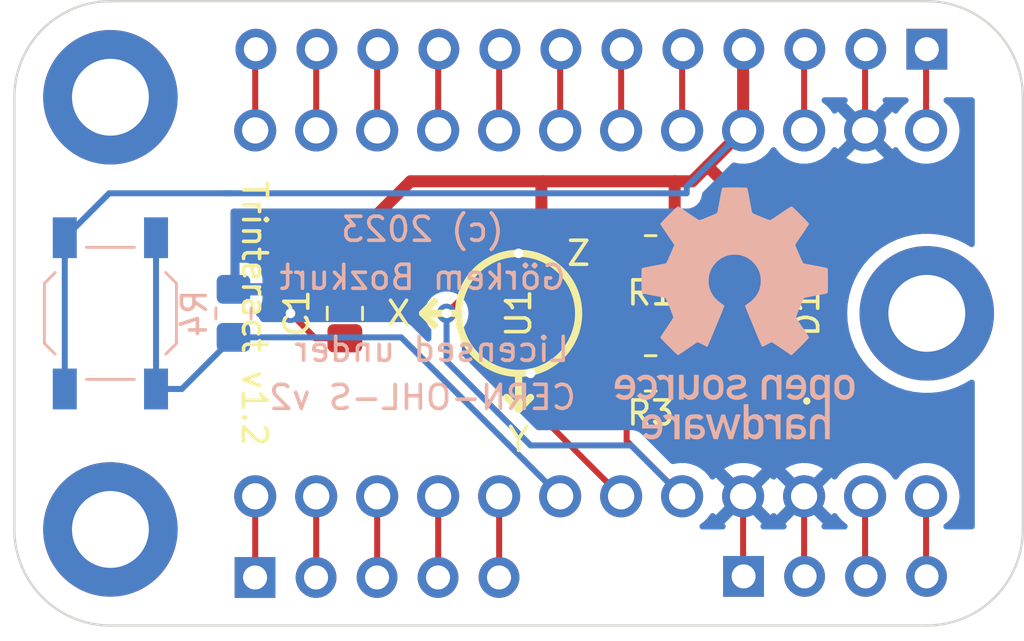
<source format=kicad_pcb>
(kicad_pcb (version 20211014) (generator pcbnew)
  (layers (0 "F.Cu" signal) (31 "B.Cu" signal) (34 "B.Paste" user) (35 "F.Paste" user) (36 "B.SilkS" user "B.Silkscreen") (37 "F.SilkS" user "F.Silkscreen") (38 "B.Mask" user) (39 "F.Mask" user) (44 "Edge.Cuts" user))
  (net 0 "")
  (net 1 "+3.3V")
  (net 2 "GND")
  (net 3 "Net-(D1-Pad1)")
  (net 4 "Net-(R1-Pad2)")
  (net 5 "Net-(R3-Pad2)")
  (net 6 "Net-(R4-Pad1)")
  (net 7 "Net-(U2-Pad24)")
  (net 8 "Net-(U2-Pad22)")
  (net 9 "Net-(U2-Pad20)")
  (net 10 "Net-(U2-Pad19)")
  (net 11 "Net-(U2-Pad18)")
  (net 12 "Net-(U2-Pad17)")
  (net 13 "Net-(U2-Pad16)")
  (net 14 "Net-(U2-Pad15)")
  (net 15 "Net-(U2-Pad14)")
  (net 16 "Net-(U2-Pad13)")
  (net 17 "Net-(U2-Pad12)")
  (net 18 "Net-(U2-Pad11)")
  (net 19 "Net-(U2-Pad10)")
  (net 20 "Net-(U2-Pad9)")
  (net 21 "Net-(U2-Pad8)")
  (net 22 "Net-(U2-Pad2)")
  (net 23 "Net-(U2-Pad1)")
  (footprint "GreenV5:156120GS82500" (layer "F.Cu") (at 154 101 90)
    (fp_text reference "D1" (at 0 0 90) (layer "F.SilkS"))
    (fp_text value "LED" hide)
    (pad "1" smd rect locked (at -1.75 0 90) (size 1.5 1.6) (layers "F.Cu" "F.Paste" "F.Mask") (net 3 "Net-(D1-Pad1)"))
    (pad "2" smd rect locked (at 1.75 0 90) (size 1.5 1.6) (layers "F.Cu" "F.Paste" "F.Mask") (net 2 "GND"))
  )
  (footprint "MountingHole:MountingHole_3.2mm_M3_DIN965_Pad" (layer "F.Cu") (at 159 101)
    (fp_text reference "H3" hide)
    (fp_text value "3mm")
    (pad "1" thru_hole circle (at 0 0) (size 5.6 5.6) (drill 3.2) (layers *.Cu *.Mask))
  )
  (footprint "Resistor_SMD:R_0805_2012Metric_Pad1.20x1.40mm_HandSolder" (layer "F.Cu") (at 147.5 103.5 180)
    (fp_text reference "R3" (at 0 -1.65) (layer "F.SilkS"))
    (fp_text value "2k2")
    (pad "1" smd roundrect (at -1 0 180) (size 1.2 1.4) (layers "F.Cu" "F.Paste" "F.Mask") (roundrect_rratio 0.2083333333) (net 1 "+3.3V"))
    (pad "2" smd roundrect (at 1 0 180) (size 1.2 1.4) (layers "F.Cu" "F.Paste" "F.Mask") (roundrect_rratio 0.2083333333) (net 5 "Net-(R3-Pad2)"))
  )
  (footprint "MountingHole:MountingHole_3.2mm_M3_DIN965_Pad" (layer "F.Cu") (at 125 92)
    (fp_text reference "H1" hide)
    (fp_text value "3mm")
    (pad "1" thru_hole circle (at 0 0) (size 5.6 5.6) (drill 3.2) (layers *.Cu *.Mask))
  )
  (footprint "Resistor_SMD:R_0805_2012Metric_Pad1.20x1.40mm_HandSolder" (layer "F.Cu") (at 147.5 98.5 180)
    (fp_text reference "R1" (at 0 -1.65) (layer "F.SilkS"))
    (fp_text value "2k2")
    (pad "1" smd roundrect (at -1 0 180) (size 1.2 1.4) (layers "F.Cu" "F.Paste" "F.Mask") (roundrect_rratio 0.2083333333) (net 1 "+3.3V"))
    (pad "2" smd roundrect (at 1 0 180) (size 1.2 1.4) (layers "F.Cu" "F.Paste" "F.Mask") (roundrect_rratio 0.2083333333) (net 4 "Net-(R1-Pad2)"))
  )
  (footprint "MountingHole:MountingHole_3.2mm_M3_DIN965_Pad" (layer "F.Cu") (at 125 110)
    (fp_text reference "H2" hide)
    (fp_text value "3mm")
    (pad "1" thru_hole circle (at 0 0) (size 5.6 5.6) (drill 3.2) (layers *.Cu *.Mask))
  )
  (footprint "Resistor_SMD:R_0805_2012Metric_Pad1.20x1.40mm_HandSolder" (layer "F.Cu") (at 151 101 -90)
    (fp_text reference "R2" (at 0 1.5 90) (layer "F.SilkS"))
    (fp_text value "680R")
    (pad "1" smd roundrect (at -1 0 270) (size 1.2 1.4) (layers "F.Cu" "F.Paste" "F.Mask") (roundrect_rratio 0.2083333333) (net 1 "+3.3V"))
    (pad "2" smd roundrect (at 1 0 270) (size 1.2 1.4) (layers "F.Cu" "F.Paste" "F.Mask") (roundrect_rratio 0.2083333333) (net 3 "Net-(D1-Pad1)"))
  )
  (footprint "foootprints:TLV493DA1B6HTSA2" (layer "F.Cu") (at 142 101 90)
    (fp_text reference "U1" (at 0 0 90) (layer "F.SilkS"))
    (fp_text value "TLV493DA1B6HTSA2" hide)
    (pad "1" smd rect (at -1.248151 -0.950001 90) (size 0.794499 0.5072) (layers "F.Cu" "F.Paste" "F.Mask") (net 4 "Net-(R1-Pad2)"))
    (pad "2" smd rect (at -1.248151 0 90) (size 0.794499 0.5072) (layers "F.Cu" "F.Paste" "F.Mask") (net 2 "GND"))
    (pad "3" smd rect (at -1.248151 0.950001 90) (size 0.794499 0.5072) (layers "F.Cu" "F.Paste" "F.Mask") (net 2 "GND"))
    (pad "4" smd rect (at 1.248151 0.950001 90) (size 0.794499 0.5072) (layers "F.Cu" "F.Paste" "F.Mask") (net 1 "+3.3V"))
    (pad "5" smd rect (at 1.248151 0 90) (size 0.794499 0.5072) (layers "F.Cu" "F.Paste" "F.Mask") (net 2 "GND"))
    (pad "6" smd rect (at 1.248151 -0.950001 90) (size 0.794499 0.5072) (layers "F.Cu" "F.Paste" "F.Mask") (net 5 "Net-(R3-Pad2)"))
  )
  (footprint "Capacitor_SMD:C_0805_2012Metric_Pad1.18x1.45mm_HandSolder" (layer "F.Cu") (at 134.765 101 -90)
    (fp_text reference "C1" (at 0 2 90) (layer "F.SilkS"))
    (fp_text value "100n")
    (pad "1" smd roundrect (at -1.0375 0 270) (size 1.175 1.45) (layers "F.Cu" "F.Paste" "F.Mask") (roundrect_rratio 0.2127659574) (net 1 "+3.3V"))
    (pad "2" smd roundrect (at 1.0375 0 270) (size 1.175 1.45) (layers "F.Cu" "F.Paste" "F.Mask") (roundrect_rratio 0.2127659574) (net 2 "GND"))
  )
  (footprint "footprints:ARDUINO_PRO_MICRO" (layer "F.Cu") (at 145 101)
    (fp_text reference "U2" hide)
    (fp_text value "ProMicro" hide)
    (pad "1" thru_hole circle (at 13.97 7.62) (size 1.7526 1.7526) (drill 1.0922) (layers *.Cu *.Mask) (net 23 "Net-(U2-Pad1)"))
    (pad "2" thru_hole circle (at 11.43 7.62) (size 1.7526 1.7526) (drill 1.0922) (layers *.Cu *.Mask) (net 22 "Net-(U2-Pad2)"))
    (pad "3" thru_hole circle (at 8.89 7.62) (size 1.7526 1.7526) (drill 1.0922) (layers *.Cu *.Mask) (net 2 "GND"))
    (pad "4" thru_hole circle (at 6.35 7.62) (size 1.7526 1.7526) (drill 1.0922) (layers *.Cu *.Mask) (net 2 "GND"))
    (pad "5" thru_hole circle (at 3.81 7.62) (size 1.7526 1.7526) (drill 1.0922) (layers *.Cu *.Mask) (net 5 "Net-(R3-Pad2)"))
    (pad "6" thru_hole circle (at 1.27 7.62) (size 1.7526 1.7526) (drill 1.0922) (layers *.Cu *.Mask) (net 4 "Net-(R1-Pad2)"))
    (pad "7" thru_hole circle (at -1.27 7.62) (size 1.7526 1.7526) (drill 1.0922) (layers *.Cu *.Mask) (net 6 "Net-(R4-Pad1)"))
    (pad "8" thru_hole circle (at -3.81 7.62) (size 1.7526 1.7526) (drill 1.0922) (layers *.Cu *.Mask) (net 21 "Net-(U2-Pad8)"))
    (pad "9" thru_hole circle (at -6.35 7.62) (size 1.7526 1.7526) (drill 1.0922) (layers *.Cu *.Mask) (net 20 "Net-(U2-Pad9)"))
    (pad "10" thru_hole circle (at -8.89 7.62) (size 1.7526 1.7526) (drill 1.0922) (layers *.Cu *.Mask) (net 19 "Net-(U2-Pad10)"))
    (pad "11" thru_hole circle (at -11.43 7.62) (size 1.7526 1.7526) (drill 1.0922) (layers *.Cu *.Mask) (net 18 "Net-(U2-Pad11)"))
    (pad "12" thru_hole circle (at -13.97 7.62) (size 1.7526 1.7526) (drill 1.0922) (layers *.Cu *.Mask) (net 17 "Net-(U2-Pad12)"))
    (pad "13" thru_hole circle (at -13.97 -7.62) (size 1.7526 1.7526) (drill 1.0922) (layers *.Cu *.Mask) (net 16 "Net-(U2-Pad13)"))
    (pad "14" thru_hole circle (at -11.43 -7.62) (size 1.7526 1.7526) (drill 1.0922) (layers *.Cu *.Mask) (net 15 "Net-(U2-Pad14)"))
    (pad "15" thru_hole circle (at -8.89 -7.62) (size 1.7526 1.7526) (drill 1.0922) (layers *.Cu *.Mask) (net 14 "Net-(U2-Pad15)"))
    (pad "16" thru_hole circle (at -6.35 -7.62) (size 1.7526 1.7526) (drill 1.0922) (layers *.Cu *.Mask) (net 13 "Net-(U2-Pad16)"))
    (pad "17" thru_hole circle (at -3.81 -7.62) (size 1.7526 1.7526) (drill 1.0922) (layers *.Cu *.Mask) (net 12 "Net-(U2-Pad17)"))
    (pad "18" thru_hole circle (at -1.27 -7.62) (size 1.7526 1.7526) (drill 1.0922) (layers *.Cu *.Mask) (net 11 "Net-(U2-Pad18)"))
    (pad "19" thru_hole circle (at 1.27 -7.62) (size 1.7526 1.7526) (drill 1.0922) (layers *.Cu *.Mask) (net 10 "Net-(U2-Pad19)"))
    (pad "20" thru_hole circle (at 3.81 -7.62) (size 1.7526 1.7526) (drill 1.0922) (layers *.Cu *.Mask) (net 9 "Net-(U2-Pad20)"))
    (pad "21" thru_hole circle (at 6.35 -7.62) (size 1.7526 1.7526) (drill 1.0922) (layers *.Cu *.Mask) (net 1 "+3.3V"))
    (pad "22" thru_hole circle (at 8.89 -7.62) (size 1.7526 1.7526) (drill 1.0922) (layers *.Cu *.Mask) (net 8 "Net-(U2-Pad22)"))
    (pad "23" thru_hole circle (at 11.43 -7.62) (size 1.7526 1.7526) (drill 1.0922) (layers *.Cu *.Mask) (net 2 "GND"))
    (pad "24" thru_hole circle (at 13.97 -7.62) (size 1.7526 1.7526) (drill 1.0922) (layers *.Cu *.Mask) (net 7 "Net-(U2-Pad24)"))
  )
  (footprint "Button_Switch_SMD:SW_SPST_TL3342" (layer "B.Cu") (at 125 101 -90)
    (fp_text reference "SW1" hide)
    (fp_text value "SW_Push" hide)
    (pad "1" smd rect (at 3.15 1.9 270) (size 1.7 1) (layers "B.Cu" "B.Paste" "B.Mask") (net 1 "+3.3V"))
    (pad "1" smd rect (at -3.15 1.9 270) (size 1.7 1) (layers "B.Cu" "B.Paste" "B.Mask") (net 1 "+3.3V"))
    (pad "2" smd rect (at 3.15 -1.9 270) (size 1.7 1) (layers "B.Cu" "B.Paste" "B.Mask") (net 6 "Net-(R4-Pad1)"))
    (pad "2" smd rect (at -3.15 -1.9 270) (size 1.7 1) (layers "B.Cu" "B.Paste" "B.Mask") (net 6 "Net-(R4-Pad1)"))
  )
  (footprint "Connector_PinHeader_2.54mm:PinHeader_1x04_P2.54mm_Horizontal" (layer "B.Cu") (at 151.37 111.955 -90)
    (fp_text reference "J3" hide)
    (fp_text value "Conn_01x04_MountingPin" hide)
    (pad "1" thru_hole rect (at 0 0 270) (size 1.7 1.7) (drill 1) (layers *.Cu *.Mask) (net 2 "GND"))
    (pad "2" thru_hole oval (at 0 -2.54 270) (size 1.7 1.7) (drill 1) (layers *.Cu *.Mask) (net 2 "GND"))
    (pad "3" thru_hole oval (at 0 -5.08 270) (size 1.7 1.7) (drill 1) (layers *.Cu *.Mask) (net 22 "Net-(U2-Pad2)"))
    (pad "4" thru_hole oval (at 0 -7.62 270) (size 1.7 1.7) (drill 1) (layers *.Cu *.Mask) (net 23 "Net-(U2-Pad1)"))
  )
  (footprint "Connector_PinHeader_2.54mm:PinHeader_1x12_P2.54mm_Horizontal" (layer "B.Cu") (at 159 90 90)
    (fp_text reference "J1" hide)
    (fp_text value "Conn_01x12_MountingPin" hide)
    (pad "1" thru_hole rect (at 0 0 90) (size 1.7 1.7) (drill 1) (layers *.Cu *.Mask) (net 7 "Net-(U2-Pad24)"))
    (pad "2" thru_hole oval (at 0 -2.54 90) (size 1.7 1.7) (drill 1) (layers *.Cu *.Mask) (net 2 "GND"))
    (pad "3" thru_hole oval (at 0 -5.08 90) (size 1.7 1.7) (drill 1) (layers *.Cu *.Mask) (net 8 "Net-(U2-Pad22)"))
    (pad "4" thru_hole oval (at 0 -7.62 90) (size 1.7 1.7) (drill 1) (layers *.Cu *.Mask) (net 1 "+3.3V"))
    (pad "5" thru_hole oval (at 0 -10.16 90) (size 1.7 1.7) (drill 1) (layers *.Cu *.Mask) (net 9 "Net-(U2-Pad20)"))
    (pad "6" thru_hole oval (at 0 -12.7 90) (size 1.7 1.7) (drill 1) (layers *.Cu *.Mask) (net 10 "Net-(U2-Pad19)"))
    (pad "7" thru_hole oval (at 0 -15.24 90) (size 1.7 1.7) (drill 1) (layers *.Cu *.Mask) (net 11 "Net-(U2-Pad18)"))
    (pad "8" thru_hole oval (at 0 -17.78 90) (size 1.7 1.7) (drill 1) (layers *.Cu *.Mask) (net 12 "Net-(U2-Pad17)"))
    (pad "9" thru_hole oval (at 0 -20.32 90) (size 1.7 1.7) (drill 1) (layers *.Cu *.Mask) (net 13 "Net-(U2-Pad16)"))
    (pad "10" thru_hole oval (at 0 -22.86 90) (size 1.7 1.7) (drill 1) (layers *.Cu *.Mask) (net 14 "Net-(U2-Pad15)"))
    (pad "11" thru_hole oval (at 0 -25.4 90) (size 1.7 1.7) (drill 1) (layers *.Cu *.Mask) (net 15 "Net-(U2-Pad14)"))
    (pad "12" thru_hole oval (at 0 -27.94 90) (size 1.7 1.7) (drill 1) (layers *.Cu *.Mask) (net 16 "Net-(U2-Pad13)"))
  )
  (footprint "Resistor_SMD:R_0805_2012Metric_Pad1.20x1.40mm_HandSolder" (layer "B.Cu") (at 130.125 101 90)
    (fp_text reference "R4" (at 0 -1.625 90) (layer "B.SilkS") (effects (justify mirror)))
    (fp_text value "4k7")
    (pad "1" smd roundrect (at -1 0 90) (size 1.2 1.4) (layers "B.Cu" "B.Paste" "B.Mask") (roundrect_rratio 0.2083333333) (net 6 "Net-(R4-Pad1)"))
    (pad "2" smd roundrect (at 1 0 90) (size 1.2 1.4) (layers "B.Cu" "B.Paste" "B.Mask") (roundrect_rratio 0.2083333333) (net 2 "GND"))
  )
  (footprint "Connector_PinHeader_2.54mm:PinHeader_1x05_P2.54mm_Horizontal" (layer "B.Cu") (at 131.025 112 -90)
    (fp_text reference "J2" hide)
    (fp_text value "Conn_01x05_MountingPin" hide)
    (pad "1" thru_hole rect (at 0 0 270) (size 1.7 1.7) (drill 1) (layers *.Cu *.Mask) (net 17 "Net-(U2-Pad12)"))
    (pad "2" thru_hole oval (at 0 -2.54 270) (size 1.7 1.7) (drill 1) (layers *.Cu *.Mask) (net 18 "Net-(U2-Pad11)"))
    (pad "3" thru_hole oval (at 0 -5.08 270) (size 1.7 1.7) (drill 1) (layers *.Cu *.Mask) (net 19 "Net-(U2-Pad10)"))
    (pad "4" thru_hole oval (at 0 -7.62 270) (size 1.7 1.7) (drill 1) (layers *.Cu *.Mask) (net 20 "Net-(U2-Pad9)"))
    (pad "5" thru_hole oval (at 0 -10.16 270) (size 1.7 1.7) (drill 1) (layers *.Cu *.Mask) (net 21 "Net-(U2-Pad8)"))
  )
  (footprint "LOGO" (layer "B.Cu") (at 151 101 180)
    (fp_text reference "G***" hide)
    (fp_text value "LOGO" hide)
  )
  (gr_circle (center 142 101) (end 144.5 101) (layer "F.SilkS") (width 0.3) (fill none))
  (gr_line (start 142 105) (end 141.5 104.5) (layer "F.SilkS") (width 0.3))
  (gr_line (start 139.5 101) (end 138 101) (layer "F.SilkS") (width 0.3))
  (gr_line (start 142 103.5) (end 142 105) (layer "F.SilkS") (width 0.3))
  (gr_line (start 142 105) (end 142.5 104.5) (layer "F.SilkS") (width 0.3))
  (gr_line (start 138 101) (end 138.5 100.5) (layer "F.SilkS") (width 0.3))
  (gr_line (start 138 101) (end 138.5 101.5) (layer "F.SilkS") (width 0.3))
  (gr_line (start 125 88) (end 159 88) (layer "Edge.Cuts") (width 0.1))
  (gr_line (start 163 92) (end 163 110) (layer "Edge.Cuts") (width 0.1))
  (gr_arc (start 163 110) (mid 161.828427 112.828427) (end 159 114) (layer "Edge.Cuts") (width 0.1))
  (gr_line (start 121 92) (end 121 110) (layer "Edge.Cuts") (width 0.1))
  (gr_arc (start 159 88) (mid 161.828427 89.171573) (end 163 92) (layer "Edge.Cuts") (width 0.1))
  (gr_arc (start 125 114) (mid 122.171573 112.828427) (end 121 110) (layer "Edge.Cuts") (width 0.1))
  (gr_arc (start 121 92) (mid 122.171573 89.171573) (end 125 88) (layer "Edge.Cuts") (width 0.1))
  (gr_line (start 125 114) (end 159 114) (layer "Edge.Cuts") (width 0.1))
  (gr_text "Görkem Bozkurt" (at 138 99.5) (layer "B.SilkS") (effects (font (size 1 1)) (justify mirror)))
  (gr_text "(c) 2023" (at 138 97.5) (layer "B.SilkS") (effects (font (size 1 1)) (justify mirror)))
  (gr_text "CERN-OHL-S v2" (at 138 104.5) (layer "B.SilkS") (effects (font (size 1 1)) (justify mirror)))
  (gr_text "Licensed under " (at 138 102.5) (layer "B.SilkS") (effects (font (size 1 1)) (justify mirror)))
  (gr_text "Y" (at 142 106.25) (layer "F.SilkS") (effects (font (size 1 1))))
  (gr_text "Z" (at 144.5 98.5) (layer "F.SilkS") (effects (font (size 1 1))))
  (gr_text "Trinteract v1.2" (at 131 101 270) (layer "F.SilkS") (effects (font (size 1 1))))
  (gr_text "X" (at 137 101) (layer "F.SilkS") (effects (font (size 1 1))))
  (segment (start 149.865 94.865) (end 151 96) (width 0.5) (layer "F.Cu") (net 1))
  (segment (start 137.5 95.5) (end 134.765 98.235) (width 0.5) (layer "F.Cu") (net 1))
  (segment (start 151.35 90.03) (end 151.38 90) (width 0.5) (layer "F.Cu") (net 1))
  (segment (start 148.5 95.5) (end 143 95.5) (width 0.5) (layer "F.Cu") (net 1))
  (segment (start 151.35 93.38) (end 151.35 90.03) (width 0.5) (layer "F.Cu") (net 1))
  (segment (start 151.35 93.38) (end 149.865 94.865) (width 0.5) (layer "F.Cu") (net 1))
  (segment (start 143 95.5) (end 142.950001 95.549999) (width 0.5) (layer "F.Cu") (net 1))
  (segment (start 143 95.5) (end 137.5 95.5) (width 0.5) (layer "F.Cu") (net 1))
  (segment (start 142.950001 95.549999) (end 142.950001 99.751849) (width 0.5) (layer "F.Cu") (net 1))
  (segment (start 148.5 95.5) (end 148.5 98.5) (width 0.5) (layer "F.Cu") (net 1))
  (segment (start 151 96) (end 151 100) (width 0.5) (layer "F.Cu") (net 1))
  (segment (start 134.765 98.235) (end 134.765 99.9625) (width 0.5) (layer "F.Cu") (net 1))
  (segment (start 149.23 95.5) (end 148.5 95.5) (width 0.5) (layer "F.Cu") (net 1))
  (segment (start 148.59 98.365) (end 148.59 103.445) (width 0.5) (layer "F.Cu") (net 1))
  (segment (start 149.865 94.865) (end 149.23 95.5) (width 0.5) (layer "F.Cu") (net 1))
  (segment (start 149 96) (end 149 95.73) (width 0.25) (layer "B.Cu") (net 1))
  (segment (start 124.95 96) (end 130 96) (width 0.25) (layer "B.Cu") (net 1))
  (segment (start 123.1 97.85) (end 123.1 104.15) (width 0.25) (layer "B.Cu") (net 1))
  (segment (start 123.1 97.85) (end 124.95 96) (width 0.25) (layer "B.Cu") (net 1))
  (segment (start 129.75 96) (end 149 96) (width 0.25) (layer "B.Cu") (net 1))
  (segment (start 149 95.73) (end 151.35 93.38) (width 0.25) (layer "B.Cu") (net 1))
  (segment (start 153.89 111.935) (end 153.91 111.955) (width 0.25) (layer "F.Cu") (net 2))
  (segment (start 134.765 102.0375) (end 133.5375 102.0375) (width 0.25) (layer "F.Cu") (net 2))
  (segment (start 153.89 108.62) (end 153.89 111.935) (width 0.25) (layer "F.Cu") (net 2))
  (segment (start 142 99.751849) (end 142 98.5) (width 0.25) (layer "F.Cu") (net 2))
  (segment (start 142 102.248151) (end 142 99.751849) (width 0.25) (layer "F.Cu") (net 2))
  (segment (start 156.43 90.03) (end 156.46 90) (width 0.25) (layer "F.Cu") (net 2))
  (segment (start 133.5375 102.0375) (end 132.5 101) (width 0.25) (layer "F.Cu") (net 2))
  (segment (start 142 103) (end 142.5 103.5) (width 0.25) (layer "F.Cu") (net 2))
  (segment (start 151.35 111.935) (end 151.37 111.955) (width 0.25) (layer "F.Cu") (net 2))
  (segment (start 142.950001 102.248151) (end 142 102.248151) (width 0.25) (layer "F.Cu") (net 2))
  (segment (start 154 99.25) (end 154 95.81) (width 0.25) (layer "F.Cu") (net 2))
  (segment (start 151.35 108.62) (end 151.35 111.935) (width 0.25) (layer "F.Cu") (net 2))
  (segment (start 154 95.81) (end 156.43 93.38) (width 0.25) (layer "F.Cu") (net 2))
  (segment (start 156.43 93.38) (end 156.43 90.03) (width 0.25) (layer "F.Cu") (net 2))
  (segment (start 142 102.248151) (end 142 103) (width 0.25) (layer "F.Cu") (net 2))
  (via (at 132.5 101) (size 0.8) (drill 0.4) (layers "F.Cu" "B.Cu") (net 2))
  (via (at 142 98.5) (size 0.8) (drill 0.4) (layers "F.Cu" "B.Cu") (net 2))
  (via (at 142.5 103.5) (size 0.8) (drill 0.4) (layers "F.Cu" "B.Cu") (net 2))
  (segment (start 151 102) (end 151.75 102.75) (width 0.5) (layer "F.Cu") (net 3))
  (segment (start 151.75 102.75) (end 154 102.75) (width 0.5) (layer "F.Cu") (net 3))
  (segment (start 141.049999 103.399999) (end 142.575 104.925) (width 0.25) (layer "F.Cu") (net 4))
  (segment (start 146.5 101) (end 142.575 104.925) (width 0.25) (layer "F.Cu") (net 4))
  (segment (start 142.825 105.175) (end 146.27 108.62) (width 0.25) (layer "F.Cu") (net 4))
  (segment (start 146.5 98.5) (end 146.5 101) (width 0.25) (layer "F.Cu") (net 4))
  (segment (start 141.049999 102.248151) (end 141.049999 103.399999) (width 0.25) (layer "F.Cu") (net 4))
  (segment (start 142.575 104.925) (end 142.825 105.175) (width 0.25) (layer "F.Cu") (net 4))
  (segment (start 140.248151 99.751849) (end 139 101) (width 0.25) (layer "F.Cu") (net 5))
  (segment (start 141.049999 99.751849) (end 140.248151 99.751849) (width 0.25) (layer "F.Cu") (net 5))
  (segment (start 146.5 103.5) (end 146.5 106.31) (width 0.25) (layer "F.Cu") (net 5))
  (segment (start 146.5 106.31) (end 148.81 108.62) (width 0.25) (layer "F.Cu") (net 5))
  (via (at 139 101) (size 0.8) (drill 0.4) (layers "F.Cu" "B.Cu") (net 5))
  (segment (start 139 103) (end 142.5 106.5) (width 0.25) (layer "B.Cu") (net 5))
  (segment (start 142.5 106.5) (end 146.69 106.5) (width 0.25) (layer "B.Cu") (net 5))
  (segment (start 146.69 106.5) (end 148.81 108.62) (width 0.25) (layer "B.Cu") (net 5))
  (segment (start 139 101) (end 139 103) (width 0.25) (layer "B.Cu") (net 5))
  (segment (start 126.9 104.15) (end 127.975 104.15) (width 0.25) (layer "B.Cu") (net 6))
  (segment (start 130.125 102) (end 137.11 102) (width 0.25) (layer "B.Cu") (net 6))
  (segment (start 126.9 97.85) (end 126.9 104.15) (width 0.25) (layer "B.Cu") (net 6))
  (segment (start 127.975 104.15) (end 130.125 102) (width 0.25) (layer "B.Cu") (net 6))
  (segment (start 137.11 102) (end 143.73 108.62) (width 0.25) (layer "B.Cu") (net 6))
  (segment (start 158.97 93.38) (end 158.97 90.03) (width 0.25) (layer "F.Cu") (net 7))
  (segment (start 158.97 90.03) (end 159 90) (width 0.25) (layer "F.Cu") (net 7))
  (segment (start 153.89 93.38) (end 153.89 90.03) (width 0.25) (layer "F.Cu") (net 8))
  (segment (start 153.89 90.03) (end 153.92 90) (width 0.25) (layer "F.Cu") (net 8))
  (segment (start 148.81 93.38) (end 148.81 90.03) (width 0.25) (layer "F.Cu") (net 9))
  (segment (start 148.81 90.03) (end 148.84 90) (width 0.25) (layer "F.Cu") (net 9))
  (segment (start 146.27 90.03) (end 146.3 90) (width 0.25) (layer "F.Cu") (net 10))
  (segment (start 146.27 93.38) (end 146.27 90.03) (width 0.25) (layer "F.Cu") (net 10))
  (segment (start 143.73 90.03) (end 143.76 90) (width 0.25) (layer "F.Cu") (net 11))
  (segment (start 143.73 93.38) (end 143.73 90.03) (width 0.25) (layer "F.Cu") (net 11))
  (segment (start 141.19 90.03) (end 141.22 90) (width 0.25) (layer "F.Cu") (net 12))
  (segment (start 141.19 93.38) (end 141.19 90.03) (width 0.25) (layer "F.Cu") (net 12))
  (segment (start 138.65 93.38) (end 138.65 90.03) (width 0.25) (layer "F.Cu") (net 13))
  (segment (start 138.65 90.03) (end 138.68 90) (width 0.25) (layer "F.Cu") (net 13))
  (segment (start 136.11 93.38) (end 136.11 90.03) (width 0.25) (layer "F.Cu") (net 14))
  (segment (start 136.11 90.03) (end 136.14 90) (width 0.25) (layer "F.Cu") (net 14))
  (segment (start 133.57 90.03) (end 133.6 90) (width 0.25) (layer "F.Cu") (net 15))
  (segment (start 133.57 93.38) (end 133.57 90.03) (width 0.25) (layer "F.Cu") (net 15))
  (segment (start 131.03 90.03) (end 131.06 90) (width 0.25) (layer "F.Cu") (net 16))
  (segment (start 131.03 93.38) (end 131.03 90.03) (width 0.25) (layer "F.Cu") (net 16))
  (segment (start 131.03 108.62) (end 131.03 111.995) (width 0.25) (layer "F.Cu") (net 17))
  (segment (start 131.03 111.995) (end 131.025 112) (width 0.25) (layer "F.Cu") (net 17))
  (segment (start 133.57 108.62) (end 133.57 111.995) (width 0.25) (layer "F.Cu") (net 18))
  (segment (start 133.57 111.995) (end 133.565 112) (width 0.25) (layer "F.Cu") (net 18))
  (segment (start 136.11 108.62) (end 136.11 111.995) (width 0.25) (layer "F.Cu") (net 19))
  (segment (start 136.11 111.995) (end 136.105 112) (width 0.25) (layer "F.Cu") (net 19))
  (segment (start 138.65 108.62) (end 138.65 111.995) (width 0.25) (layer "F.Cu") (net 20))
  (segment (start 138.65 111.995) (end 138.645 112) (width 0.25) (layer "F.Cu") (net 20))
  (segment (start 141.19 111.995) (end 141.185 112) (width 0.25) (layer "F.Cu") (net 21))
  (segment (start 141.19 108.62) (end 141.19 111.995) (width 0.25) (layer "F.Cu") (net 21))
  (segment (start 156.43 111.935) (end 156.45 111.955) (width 0.25) (layer "F.Cu") (net 22))
  (segment (start 156.43 108.62) (end 156.43 111.935) (width 0.25) (layer "F.Cu") (net 22))
  (segment (start 158.97 111.935) (end 158.99 111.955) (width 0.25) (layer "F.Cu") (net 23))
  (segment (start 158.97 108.62) (end 158.97 111.935) (width 0.25) (layer "F.Cu") (net 23))
  (zone (net 2) (net_name "GND") (layer "B.Cu") (connect_pads (clearance 0.508)) (min_thickness 0.254) (fill yes (thermal_gap 0.508) (thermal_bridge_width 0.508))
    (polygon (pts (xy 161 110) (xy 130 110) (xy 130 92) (xy 161 92)))
  )
)
</source>
